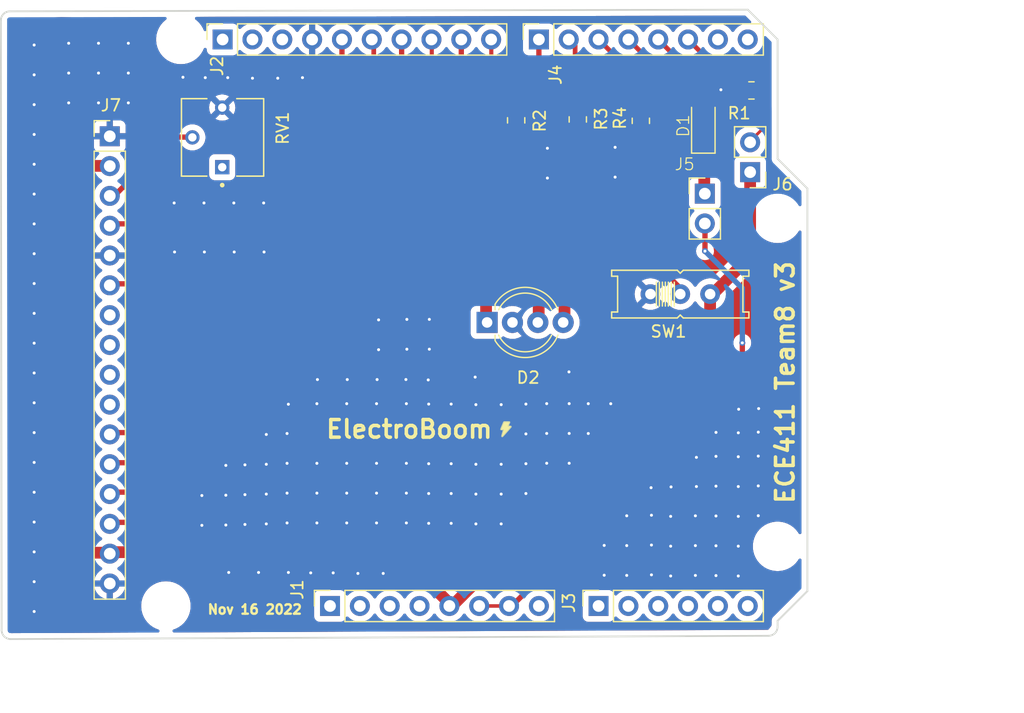
<source format=kicad_pcb>
(kicad_pcb (version 20211014) (generator pcbnew)
  (title_block (title "ElectroBoom") (date "2022-11-09") (rev "02"))
  (layers (0 "F.Cu" signal) (31 "B.Cu" signal) (34 "B.Paste" user) (35 "F.Paste" user) (36 "B.SilkS" user "B.Silkscreen") (37 "F.SilkS" user "F.Silkscreen") (38 "B.Mask" user) (39 "F.Mask" user) (44 "Edge.Cuts" user))
  (net 0 "")
  (net 1 "GND")
  (net 2 "Net-(D2-Pad1)")
  (net 3 "/UNO_DP10")
  (net 8 "+5V")
  (net 13 "/UNO_DP13")
  (net 14 "/UNO_DP12")
  (net 15 "/UNO_DP11")
  (net 16 "/UNO_DP9")
  (net 17 "/UNO_DP8")
  (net 18 "/UNO_DP7")
  (net 19 "/UNO_DP6")
  (net 20 "/UNO_DP5")
  (net 21 "/UNO_DP4")
  (net 22 "/UNO_DP3")
  (net 23 "/UNO_DP2")
  (net 26 "/POT")
  (net 32 "Net-(D2-Pad3)")
  (net 39 "GNDPWR")
  (net 40 "Net-(D2-Pad4)")
  (net 41 "Net-(D1-Pad1)")
  (footprint "Resistor_SMD:R_0805_2012Metric" (layer "F.Cu") (at 174.32717 70.272481 -90)
    (fp_text reference "R4" (at -0.231793 1.784296 90) (layer "F.SilkS"))
    (fp_text value "330")
    (pad "1" smd roundrect (at -0.9125 0 270) (size 1.025 1.4) (layers "F.Cu" "F.Paste" "F.Mask") (roundrect_rratio 0.243902439) (net 20 "/UNO_DP5"))
    (pad "2" smd roundrect (at 0.9125 0 270) (size 1.025 1.4) (layers "F.Cu" "F.Paste" "F.Mask") (roundrect_rratio 0.243902439) (net 40 "Net-(D2-Pad4)"))
  )
  (footprint "trimmer:TRIM_3362P-1-505LF" (layer "F.Cu") (at 138.688281 71.683478 90)
    (fp_text reference "RV1" (at 0.783346 5.149516 90) (layer "F.SilkS") (effects (font (size 1.002756 1.002756))))
    (fp_text value "R_Potentiometer")
    (pad "1" thru_hole rect locked (at -2.54 0 90) (size 1.222 1.222) (drill 0.714) (layers *.Cu *.Mask))
    (pad "2" thru_hole circle locked (at 0 -2.54 90) (size 1.222 1.222) (drill 0.714) (layers *.Cu *.Mask) (net 26 "/POT"))
    (pad "3" thru_hole circle locked (at 2.54 0 90) (size 1.222 1.222) (drill 0.714) (layers *.Cu *.Mask) (net 1 "GND"))
  )
  (footprint "Resistor_SMD:R_0805_2012Metric" (layer "F.Cu") (at 168.960138 70.153214 -90)
    (fp_text reference "R3" (at -0.039663 -1.979751 90) (layer "F.SilkS"))
    (fp_text value "330")
    (pad "1" smd roundrect (at -0.9125 0 270) (size 1.025 1.4) (layers "F.Cu" "F.Paste" "F.Mask") (roundrect_rratio 0.243902439) (net 19 "/UNO_DP6"))
    (pad "2" smd roundrect (at 0.9125 0 270) (size 1.025 1.4) (layers "F.Cu" "F.Paste" "F.Mask") (roundrect_rratio 0.243902439) (net 32 "Net-(D2-Pad3)"))
  )
  (footprint "Connector_PinHeader_2.54mm:PinHeader_1x02_P2.54mm_Vertical" (layer "F.Cu") (at 183.630604 74.644607 180)
    (fp_text reference "J6" (at -2.758401 -1.034331) (layer "F.SilkS"))
    (fp_text value "Conn_01x02")
    (pad "1" thru_hole rect (at 0 0 180) (size 1.7 1.7) (drill 1) (layers *.Cu *.Mask) (net 8 "+5V"))
    (pad "2" thru_hole oval (at 0 2.54 180) (size 1.7 1.7) (drill 1) (layers *.Cu *.Mask) (net 23 "/UNO_DP2"))
  )
  (footprint "graphics:graphics2" (layer "F.Cu") (at 162.843207 96.545672)
    (fp_text reference "G***" hide)
    (fp_text value "LOGO" hide)
  )
  (footprint "Connector_PinHeader_2.54mm:PinHeader_1x02_P2.54mm_Vertical" (layer "F.Cu") (at 179.773182 76.475507)
    (fp_text reference "J5" (at -1.717008 -2.500218) (layer "F.SilkS") (effects (font (thickness 0.1))))
    (fp_text value "Conn_01x02")
    (pad "1" thru_hole rect (at 0 0) (size 1.7 1.7) (drill 1) (layers *.Cu *.Mask) (net 41 "Net-(D1-Pad1)"))
    (pad "2" thru_hole oval (at 0 2.54) (size 1.7 1.7) (drill 1) (layers *.Cu *.Mask) (net 39 "GNDPWR"))
  )
  (footprint "Arduino_MountingHole:MountingHole_3.2mm" (layer "F.Cu") (at 185.966658 78.581644)
    (fp_text reference "MH3" hide)
    (fp_text value "MountingHole_3.2mm" hide)
    (pad "" np_thru_hole circle locked (at 0 0) (size 3.2 3.2) (drill 3.2) (layers *.Cu *.Mask))
  )
  (footprint "Connector_PinSocket_2.54mm:PinSocket_1x08_P2.54mm_Vertical" (layer "F.Cu") (at 147.866658 111.601644 90)
    (fp_text reference "J1" (at 1.395931 -2.789679 90) (layer "F.SilkS"))
    (fp_text value "Power")
    (pad "1" thru_hole rect locked (at 0 0 90) (size 1.7 1.7) (drill 1) (layers *.Cu *.Mask))
    (pad "2" thru_hole oval locked (at 0 2.54 90) (size 1.7 1.7) (drill 1) (layers *.Cu *.Mask))
    (pad "3" thru_hole oval locked (at 0 5.08 90) (size 1.7 1.7) (drill 1) (layers *.Cu *.Mask))
    (pad "4" thru_hole oval locked (at 0 7.62 90) (size 1.7 1.7) (drill 1) (layers *.Cu *.Mask))
    (pad "5" thru_hole oval locked (at 0 10.16 90) (size 1.7 1.7) (drill 1) (layers *.Cu *.Mask) (net 8 "+5V"))
    (pad "6" thru_hole oval locked (at 0 12.7 90) (size 1.7 1.7) (drill 1) (layers *.Cu *.Mask) (net 39 "GNDPWR"))
    (pad "7" thru_hole oval locked (at 0 15.24 90) (size 1.7 1.7) (drill 1) (layers *.Cu *.Mask) (net 39 "GNDPWR"))
    (pad "8" thru_hole oval locked (at 0 17.78 90) (size 1.7 1.7) (drill 1) (layers *.Cu *.Mask))
  )
  (footprint "Diode_SMD:D_SOD-123" (layer "F.Cu") (at 179.644968 70.775627 90)
    (fp_text reference "D1" (at 0.079172 -1.710233 90) (layer "F.SilkS") (effects (font (thickness 0.1))))
    (fp_text value "1N4148W")
    (pad "1" smd rect (at -1.65 0 90) (size 0.9 1.2) (layers "F.Cu" "F.Paste" "F.Mask") (net 41 "Net-(D1-Pad1)"))
    (pad "2" smd rect (at 1.65 0 90) (size 0.9 1.2) (layers "F.Cu" "F.Paste" "F.Mask") (net 22 "/UNO_DP3"))
  )
  (footprint "Connector_PinSocket_2.54mm:PinSocket_1x10_P2.54mm_Vertical" (layer "F.Cu") (at 138.722658 63.341644 90)
    (fp_text reference "J2" (at -2.258062 -0.471889 90) (layer "F.SilkS"))
    (fp_text value "Digital/PWM")
    (pad "1" thru_hole rect locked (at 0 0 90) (size 1.7 1.7) (drill 1) (layers *.Cu *.Mask))
    (pad "2" thru_hole oval locked (at 0 2.54 90) (size 1.7 1.7) (drill 1) (layers *.Cu *.Mask))
    (pad "3" thru_hole oval locked (at 0 5.08 90) (size 1.7 1.7) (drill 1) (layers *.Cu *.Mask))
    (pad "4" thru_hole oval locked (at 0 7.62 90) (size 1.7 1.7) (drill 1) (layers *.Cu *.Mask) (net 1 "GND"))
    (pad "5" thru_hole oval locked (at 0 10.16 90) (size 1.7 1.7) (drill 1) (layers *.Cu *.Mask) (net 13 "/UNO_DP13"))
    (pad "6" thru_hole oval locked (at 0 12.7 90) (size 1.7 1.7) (drill 1) (layers *.Cu *.Mask) (net 14 "/UNO_DP12"))
    (pad "7" thru_hole oval locked (at 0 15.24 90) (size 1.7 1.7) (drill 1) (layers *.Cu *.Mask) (net 15 "/UNO_DP11"))
    (pad "8" thru_hole oval locked (at 0 17.78 90) (size 1.7 1.7) (drill 1) (layers *.Cu *.Mask) (net 3 "/UNO_DP10"))
    (pad "9" thru_hole oval locked (at 0 20.32 90) (size 1.7 1.7) (drill 1) (layers *.Cu *.Mask) (net 16 "/UNO_DP9"))
    (pad "10" thru_hole oval locked (at 0 22.86 90) (size 1.7 1.7) (drill 1) (layers *.Cu *.Mask) (net 17 "/UNO_DP8"))
  )
  (footprint "Arduino_MountingHole:MountingHole_3.2mm" (layer "F.Cu") (at 133.896658 111.601644)
    (fp_text reference "MH2" hide)
    (fp_text value "MountingHole_3.2mm" hide)
    (pad "" np_thru_hole circle locked (at 0 0) (size 3.2 3.2) (drill 3.2) (layers *.Cu *.Mask))
  )
  (footprint "Connector_PinSocket_2.54mm:PinSocket_1x08_P2.54mm_Vertical" (layer "F.Cu") (at 165.646658 63.341644 90)
    (fp_text reference "J4" (at -3.004471 1.415515 90) (layer "F.SilkS"))
    (fp_text value "Digital/PWM")
    (pad "1" thru_hole rect locked (at 0 0 90) (size 1.7 1.7) (drill 1) (layers *.Cu *.Mask) (net 18 "/UNO_DP7"))
    (pad "2" thru_hole oval locked (at 0 2.54 90) (size 1.7 1.7) (drill 1) (layers *.Cu *.Mask) (net 19 "/UNO_DP6"))
    (pad "3" thru_hole oval locked (at 0 5.08 90) (size 1.7 1.7) (drill 1) (layers *.Cu *.Mask) (net 20 "/UNO_DP5"))
    (pad "4" thru_hole oval locked (at 0 7.62 90) (size 1.7 1.7) (drill 1) (layers *.Cu *.Mask) (net 21 "/UNO_DP4"))
    (pad "5" thru_hole oval locked (at 0 10.16 90) (size 1.7 1.7) (drill 1) (layers *.Cu *.Mask) (net 22 "/UNO_DP3"))
    (pad "6" thru_hole oval locked (at 0 12.7 90) (size 1.7 1.7) (drill 1) (layers *.Cu *.Mask) (net 23 "/UNO_DP2"))
    (pad "7" thru_hole oval locked (at 0 15.24 90) (size 1.7 1.7) (drill 1) (layers *.Cu *.Mask))
    (pad "8" thru_hole oval locked (at 0 17.78 90) (size 1.7 1.7) (drill 1) (layers *.Cu *.Mask))
  )
  (footprint "Resistor_SMD:R_0805_2012Metric" (layer "F.Cu") (at 183.742197 67.682633 180)
    (fp_text reference "R1" (at 1.04708 -1.945165) (layer "F.SilkS"))
    (fp_text value "10K")
    (pad "1" smd roundrect (at -0.9125 0 180) (size 1.025 1.4) (layers "F.Cu" "F.Paste" "F.Mask") (roundrect_rratio 0.243902439) (net 23 "/UNO_DP2"))
    (pad "2" smd roundrect (at 0.9125 0 180) (size 1.025 1.4) (layers "F.Cu" "F.Paste" "F.Mask") (roundrect_rratio 0.243902439) (net 1 "GND"))
  )
  (footprint "LED_THT:LED_D5.0mm-4_RGB_Wide_Pins" (layer "F.Cu") (at 161.238442 87.446985)
    (fp_text reference "D2" (at 3.496956 4.702312) (layer "F.SilkS"))
    (fp_text value "LED_BARG")
    (pad "1" thru_hole rect (at 0 0) (size 1.8 1.8) (drill 0.9) (layers *.Cu *.Mask) (net 2 "Net-(D2-Pad1)"))
    (pad "2" thru_hole circle (at 2.159 0) (size 1.8 1.8) (drill 0.9) (layers *.Cu *.Mask) (net 1 "GND"))
    (pad "3" thru_hole circle (at 4.318 0) (size 1.8 1.8) (drill 0.9) (layers *.Cu *.Mask) (net 32 "Net-(D2-Pad3)"))
    (pad "4" thru_hole circle (at 6.477 0) (size 1.8 1.8) (drill 0.9) (layers *.Cu *.Mask) (net 40 "Net-(D2-Pad4)"))
  )
  (footprint "Resistor_SMD:R_0805_2012Metric" (layer "F.Cu") (at 163.712372 70.230842 -90)
    (fp_text reference "R2" (at 0.039723 -2.001654 90) (layer "F.SilkS"))
    (fp_text value "330")
    (pad "1" smd roundrect (at -0.9125 0 270) (size 1.025 1.4) (layers "F.Cu" "F.Paste" "F.Mask") (roundrect_rratio 0.243902439) (net 18 "/UNO_DP7"))
    (pad "2" smd roundrect (at 0.9125 0 270) (size 1.025 1.4) (layers "F.Cu" "F.Paste" "F.Mask") (roundrect_rratio 0.243902439) (net 2 "Net-(D2-Pad1)"))
  )
  (footprint "Connector_PinSocket_2.54mm:PinSocket_1x06_P2.54mm_Vertical" (layer "F.Cu") (at 170.726658 111.601644 90)
    (fp_text reference "J3" (at 0.267896 -2.524963 90) (layer "F.SilkS"))
    (fp_text value "Analog")
    (pad "1" thru_hole rect locked (at 0 0 90) (size 1.7 1.7) (drill 1) (layers *.Cu *.Mask))
    (pad "2" thru_hole oval locked (at 0 2.54 90) (size 1.7 1.7) (drill 1) (layers *.Cu *.Mask))
    (pad "3" thru_hole oval locked (at 0 5.08 90) (size 1.7 1.7) (drill 1) (layers *.Cu *.Mask))
    (pad "4" thru_hole oval locked (at 0 7.62 90) (size 1.7 1.7) (drill 1) (layers *.Cu *.Mask))
    (pad "5" thru_hole oval locked (at 0 10.16 90) (size 1.7 1.7) (drill 1) (layers *.Cu *.Mask))
    (pad "6" thru_hole oval locked (at 0 12.7 90) (size 1.7 1.7) (drill 1) (layers *.Cu *.Mask))
  )
  (footprint "Connector_PinHeader_2.54mm:PinHeader_1x16_P2.54mm_Vertical" (layer "F.Cu") (at 129.116243 71.587024)
    (fp_text reference "J7" (at 0.096032 -2.632195) (layer "F.SilkS"))
    (fp_text value "Conn_01x16_Female")
    (pad "1" thru_hole rect (at 0 0) (size 1.7 1.7) (drill 1) (layers *.Cu *.Mask) (net 1 "GND"))
    (pad "2" thru_hole oval (at 0 2.54) (size 1.7 1.7) (drill 1) (layers *.Cu *.Mask) (net 8 "+5V"))
    (pad "3" thru_hole oval (at 0 5.08) (size 1.7 1.7) (drill 1) (layers *.Cu *.Mask) (net 26 "/POT"))
    (pad "4" thru_hole oval (at 0 7.62) (size 1.7 1.7) (drill 1) (layers *.Cu *.Mask) (net 13 "/UNO_DP13"))
    (pad "5" thru_hole oval (at 0 10.16) (size 1.7 1.7) (drill 1) (layers *.Cu *.Mask) (net 1 "GND"))
    (pad "6" thru_hole oval (at 0 12.7) (size 1.7 1.7) (drill 1) (layers *.Cu *.Mask) (net 14 "/UNO_DP12"))
    (pad "7" thru_hole oval (at 0 15.24) (size 1.7 1.7) (drill 1) (layers *.Cu *.Mask))
    (pad "8" thru_hole oval (at 0 17.78) (size 1.7 1.7) (drill 1) (layers *.Cu *.Mask))
    (pad "9" thru_hole oval (at 0 20.32) (size 1.7 1.7) (drill 1) (layers *.Cu *.Mask))
    (pad "10" thru_hole oval (at 0 22.86) (size 1.7 1.7) (drill 1) (layers *.Cu *.Mask))
    (pad "11" thru_hole oval (at 0 25.4) (size 1.7 1.7) (drill 1) (layers *.Cu *.Mask) (net 15 "/UNO_DP11"))
    (pad "12" thru_hole oval (at 0 27.94) (size 1.7 1.7) (drill 1) (layers *.Cu *.Mask) (net 3 "/UNO_DP10"))
    (pad "13" thru_hole oval (at 0 30.48) (size 1.7 1.7) (drill 1) (layers *.Cu *.Mask) (net 16 "/UNO_DP9"))
    (pad "14" thru_hole oval (at 0 33.02) (size 1.7 1.7) (drill 1) (layers *.Cu *.Mask) (net 17 "/UNO_DP8"))
    (pad "15" thru_hole oval (at 0 35.56) (size 1.7 1.7) (drill 1) (layers *.Cu *.Mask) (net 8 "+5V"))
    (pad "16" thru_hole oval (at 0 38.1) (size 1.7 1.7) (drill 1) (layers *.Cu *.Mask) (net 1 "GND"))
  )
  (footprint "Arduino_MountingHole:MountingHole_3.2mm" (layer "F.Cu") (at 185.966658 106.521644)
    (fp_text reference "MH4" hide)
    (fp_text value "MountingHole_3.2mm" hide)
    (pad "" np_thru_hole circle locked (at 0 0) (size 3.2 3.2) (drill 3.2) (layers *.Cu *.Mask))
  )
  (footprint "Arduino_MountingHole:MountingHole_3.2mm" (layer "F.Cu") (at 135.166658 63.341644)
    (fp_text reference "MH1" hide)
    (fp_text value "MountingHole_3.2mm" hide)
    (pad "" np_thru_hole circle locked (at 0 0) (size 3.2 3.2) (drill 3.2) (layers *.Cu *.Mask))
  )
  (footprint "slideswitch:EG1218" (layer "F.Cu") (at 177.682885 85.033657)
    (fp_text reference "SW1" (at -1.000352 3.186822) (layer "F.SilkS"))
    (fp_text value "SW_SPDT")
    (pad "1" thru_hole circle locked (at -2.54 0) (size 1.6764 1.6764) (drill 0.9) (layers *.Cu *.Mask) (net 1 "GND"))
    (pad "2" thru_hole circle locked (at 0 0) (size 1.6764 1.6764) (drill 0.9) (layers *.Cu *.Mask) (net 21 "/UNO_DP4"))
    (pad "3" thru_hole circle locked (at 2.54 0) (size 1.6764 1.6764) (drill 0.9) (layers *.Cu *.Mask) (net 8 "+5V"))
  )
  (gr_line (start 119.910205 113.66038) (end 119.846739 61.70681) (layer "Edge.Cuts") (width 0.15))
  (gr_arc (start 119.846739 61.70681) (mid 120.069935 61.16801) (end 120.608739 60.94481) (layer "Edge.Cuts") (width 0.15))
  (gr_arc (start 185.966658 113.379644) (mid 185.743473 113.918459) (end 185.204658 114.141644) (layer "Edge.Cuts") (width 0.15))
  (gr_line (start 188.506658 76.041644) (end 188.506658 110.331644) (layer "Edge.Cuts") (width 0.15))
  (gr_arc (start 120.672205 114.42238) (mid 120.133347 114.199214) (end 119.910205 113.66038) (layer "Edge.Cuts") (width 0.15))
  (gr_line (start 120.608739 60.94481) (end 183.426658 60.801644) (layer "Edge.Cuts") (width 0.15))
  (gr_line (start 185.204658 114.141644) (end 120.672205 114.42238) (layer "Edge.Cuts") (width 0.15))
  (gr_line (start 185.966658 112.871644) (end 185.966658 113.379644) (layer "Edge.Cuts") (width 0.15))
  (gr_line (start 183.426658 60.801644) (end 185.966658 63.341644) (layer "Edge.Cuts") (width 0.15))
  (gr_line (start 185.966658 73.501644) (end 188.506658 76.041644) (layer "Edge.Cuts") (width 0.15))
  (gr_line (start 188.506658 110.331644) (end 185.966658 112.871644) (layer "Edge.Cuts") (width 0.15))
  (gr_line (start 185.966658 63.341644) (end 185.966658 73.501644) (layer "Edge.Cuts") (width 0.15))
  (gr_text "Nov 16 2022" (at 141.463001 111.898383) (layer "F.SilkS") (effects (font (size 0.8 0.8) (thickness 0.2))))
  (gr_text "ECE411 Team8 v3\n" (at 186.611308 92.553979 90) (layer "F.SilkS") (effects (font (size 1.5 1.5) (thickness 0.3))))
  (gr_text "ElectroBoom" (at 154.61187 96.541875) (layer "F.SilkS") (effects (font (size 1.5 1.5) (thickness 0.3))))
  (segment (start 182.83757 67.626785) (end 182.842269 67.631484) (width 0.1524) (layer "F.Cu") (net 1))
  (segment (start 181.141524 67.626785) (end 182.83757 67.626785) (width 0.3) (layer "F.Cu") (net 1))
  (via (at 184.322622 98.832407) (size 0.508) (drill 0.254) (layers "F.Cu" "B.Cu") (net 1))
  (via (at 144.206887 96.908482) (size 0.508) (drill 0.254) (layers "F.Cu" "B.Cu") (net 1))
  (via (at 140.62381 104.658002) (size 0.508) (drill 0.254) (layers "F.Cu" "B.Cu") (net 1))
  (via (at 158.179821 102.022329) (size 0.508) (drill 0.254) (layers "F.Cu" "B.Cu") (net 1))
  (via (at 141.783055 108.747826) (size 0.508) (drill 0.254) (layers "F.Cu" "B.Cu") (net 1))
  (via (at 125.618215 68.742698) (size 0.508) (drill 0.254) (layers "F.Cu" "B.Cu") (net 1))
  (via (at 184.322622 101.372407) (size 0.508) (drill 0.254) (layers "F.Cu" "B.Cu") (net 1))
  (via (at 138.997367 104.705838) (size 0.508) (drill 0.254) (layers "F.Cu" "B.Cu") (net 1))
  (via (at 168.225495 96.903819) (size 0.508) (drill 0.254) (layers "F.Cu" "B.Cu") (net 1))
  (via (at 169.851937 96.908482) (size 0.508) (drill 0.254) (layers "F.Cu" "B.Cu") (net 1))
  (via (at 156.266359 99.482329) (size 0.508) (drill 0.254) (layers "F.Cu" "B.Cu") (net 1))
  (via (at 184.324986 96.793185) (size 0.508) (drill 0.254) (layers "F.Cu" "B.Cu") (net 1))
  (via (at 168.208303 91.659802) (size 0.508) (drill 0.254) (layers "F.Cu" "B.Cu") (net 1))
  (via (at 136.956816 104.732752) (size 0.508) (drill 0.254) (layers "F.Cu" "B.Cu") (net 1))
  (via (at 146.746887 104.528482) (size 0.508) (drill 0.254) (layers "F.Cu" "B.Cu") (net 1))
  (via (at 168.225495 94.363819) (size 0.508) (drill 0.254) (layers "F.Cu" "B.Cu") (net 1))
  (via (at 176.897738 101.459251) (size 0.508) (drill 0.254) (layers "F.Cu" "B.Cu") (net 1))
  (via (at 162.437273 99.530165) (size 0.508) (drill 0.254) (layers "F.Cu" "B.Cu") (net 1))
  (via (at 154.326831 92.311231) (size 0.508) (drill 0.254) (layers "F.Cu" "B.Cu") (net 1))
  (via (at 164.542081 102.022329) (size 0.508) (drill 0.254) (layers "F.Cu" "B.Cu") (net 1))
  (via (at 156.266359 102.022329) (size 0.508) (drill 0.254) (layers "F.Cu" "B.Cu") (net 1))
  (via (at 154.366887 101.988482) (size 0.508) (drill 0.254) (layers "F.Cu" "B.Cu") (net 1))
  (via (at 181.141524 67.626785) (size 0.508) (drill 0.254) (layers "F.Cu" "B.Cu") (net 1))
  (via (at 156.266359 94.402329) (size 0.508) (drill 0.254) (layers "F.Cu" "B.Cu") (net 1))
  (via (at 172.135645 75.068201) (size 0.508) (drill 0.254) (layers "F.Cu" "B.Cu") (net 1))
  (via (at 137.137001 77.270621) (size 0.508) (drill 0.254) (layers "F.Cu" "B.Cu") (net 1))
  (via (at 146.746887 94.368482) (size 0.508) (drill 0.254) (layers "F.Cu" "B.Cu") (net 1))
  (via (at 152.001251 87.22984) (size 0.508) (drill 0.254) (layers "F.Cu" "B.Cu") (net 1))
  (via (at 180.722296 101.393832) (size 0.508) (drill 0.254) (layers "F.Cu" "B.Cu") (net 1))
  (via (at 152.393441 108.829509) (size 0.508) (drill 0.254) (layers "F.Cu" "B.Cu") (net 1))
  (via (at 149.333889 92.313173) (size 0.508) (drill 0.254) (layers "F.Cu" "B.Cu") (net 1))
  (via (at 125.618215 66.202698) (size 0.508) (drill 0.254) (layers "F.Cu" "B.Cu") (net 1))
  (via (at 164.542081 99.482329) (size 0.508) (drill 0.254) (layers "F.Cu" "B.Cu") (net 1))
  (via (at 122.679337 109.533336) (size 0.508) (drill 0.254) (layers "F.Cu" "B.Cu") (net 1))
  (via (at 143.416845 66.641836) (size 0.508) (drill 0.254) (layers "F.Cu" "B.Cu") (net 1))
  (via (at 142.441598 104.610165) (size 0.508) (drill 0.254) (layers "F.Cu" "B.Cu") (net 1))
  (via (at 146.222527 108.781673) (size 0.508) (drill 0.254) (layers "F.Cu" "B.Cu") (net 1))
  (via (at 151.826887 94.368482) (size 0.508) (drill 0.254) (layers "F.Cu" "B.Cu") (net 1))
  (via (at 128.158215 66.202698) (size 0.508) (drill 0.254) (layers "F.Cu" "B.Cu") (net 1))
  (via (at 166.312033 99.443819) (size 0.508) (drill 0.254) (layers "F.Cu" "B.Cu") (net 1))
  (via (at 156.266359 104.562329) (size 0.508) (drill 0.254) (layers "F.Cu" "B.Cu") (net 1))
  (via (at 122.679337 84.133336) (size 0.508) (drill 0.254) (layers "F.Cu" "B.Cu") (net 1))
  (via (at 175.229592 108.949553) (size 0.508) (drill 0.254) (layers "F.Cu" "B.Cu") (net 1))
  (via (at 144.323055 108.747826) (size 0.508) (drill 0.254) (layers "F.Cu" "B.Cu") (net 1))
  (via (at 122.679337 68.893336) (size 0.508) (drill 0.254) (layers "F.Cu" "B.Cu") (net 1))
  (via (at 171.765399 94.373145) (size 0.508) (drill 0.254) (layers "F.Cu" "B.Cu") (net 1))
  (via (at 137.245931 66.594) (size 0.508) (drill 0.254) (layers "F.Cu" "B.Cu") (net 1))
  (via (at 122.679337 76.513336) (size 0.508) (drill 0.254) (layers "F.Cu" "B.Cu") (net 1))
  (via (at 178.969837 106.459843) (size 0.508) (drill 0.254) (layers "F.Cu" "B.Cu") (net 1))
  (via (at 154.407439 89.727193) (size 0.508) (drill 0.254) (layers "F.Cu" "B.Cu") (net 1))
  (via (at 138.997367 102.165838) (size 0.508) (drill 0.254) (layers "F.Cu" "B.Cu") (net 1))
  (via (at 122.679337 91.753336) (size 0.508) (drill 0.254) (layers "F.Cu" "B.Cu") (net 1))
  (via (at 182.621768 109.047679) (size 0.508) (drill 0.254) (layers "F.Cu" "B.Cu") (net 1))
  (via (at 158.179821 94.402329) (size 0.508) (drill 0.254) (layers "F.Cu" "B.Cu") (net 1))
  (via (at 122.679337 81.593336) (size 0.508) (drill 0.254) (layers "F.Cu" "B.Cu") (net 1))
  (via (at 122.679337 79.053336) (size 0.508) (drill 0.254) (layers "F.Cu" "B.Cu") (net 1))
  (via (at 151.826887 99.448482) (size 0.508) (drill 0.254) (layers "F.Cu" "B.Cu") (net 1))
  (via (at 160.221627 92.10448) (size 0.508) (drill 0.254) (layers "F.Cu" "B.Cu") (net 1))
  (via (at 178.969837 103.919843) (size 0.508) (drill 0.254) (layers "F.Cu" "B.Cu") (net 1))
  (via (at 158.179821 104.562329) (size 0.508) (drill 0.254) (layers "F.Cu" "B.Cu") (net 1))
  (via (at 172.135645 72.528201) (size 0.508) (drill 0.254) (layers "F.Cu" "B.Cu") (net 1))
  (via (at 130.698215 68.742698) (size 0.508) (drill 0.254) (layers "F.Cu" "B.Cu") (net 1))
  (via (at 122.679337 96.833336) (size 0.508) (drill 0.254) (layers "F.Cu" "B.Cu") (net 1))
  (via (at 160.284629 94.450165) (size 0.508) (drill 0.254) (layers "F.Cu" "B.Cu") (net 1))
  (via (at 182.621768 106.507679) (size 0.508) (drill 0.254) (layers "F.Cu" "B.Cu") (net 1))
  (via (at 164.542081 94.402329) (size 0.508) (drill 0.254) (layers "F.Cu" "B.Cu") (net 1))
  (via (at 166.312033 96.903819) (size 0.508) (drill 0.254) (layers "F.Cu" "B.Cu") (net 1))
  (via (at 166.372113 72.608584) (size 0.508) (drill 0.254) (layers "F.Cu" "B.Cu") (net 1))
  (via (at 182.621768 98.887679) (size 0.508) (drill 0.254) (layers "F.Cu" "B.Cu") (net 1))
  (via (at 156.320901 87.187193) (size 0.508) (drill 0.254) (layers "F.Cu" "B.Cu") (net 1))
  (via (at 137.171404 81.446616) (size 0.508) (drill 0.254) (layers "F.Cu" "B.Cu") (net 1))
  (via (at 182.621768 103.967679) (size 0.508) (drill 0.254) (layers "F.Cu" "B.Cu") (net 1))
  (via (at 138.997367 99.625838) (size 0.508) (drill 0.254) (layers "F.Cu" "B.Cu") (net 1))
  (via (at 182.654477 94.84194) (size 0.508) (drill 0.254) (layers "F.Cu" "B.Cu") (net 1))
  (via (at 136.956816 102.192752) (size 0.508) (drill 0.254) (layers "F.Cu" "B.Cu") (net 1))
  (via (at 162.437273 94.450165) (size 0.508) (drill 0.254) (layers "F.Cu" "B.Cu") (net 1))
  (via (at 176.865029 106.507679) (size 0.508) (drill 0.254) (layers "F.Cu" "B.Cu") (net 1))
  (via (at 144.206887 99.448482) (size 0.508) (drill 0.254) (layers "F.Cu" "B.Cu") (net 1))
  (via (at 168.225495 99.443819) (size 0.508) (drill 0.254) (layers "F.Cu" "B.Cu") (net 1))
  (via (at 122.679337 101.913336) (size 0.508) (drill 0.254) (layers "F.Cu" "B.Cu") (net 1))
  (via (at 154.366887 94.368482) (size 0.508) (drill 0.254) (layers "F.Cu" "B.Cu") (net 1))
  (via (at 176.865029 103.967679) (size 0.508) (drill 0.254) (layers "F.Cu" "B.Cu") (net 1))
  (via (at 142.217001 77.270621) (size 0.508) (drill 0.254) (layers "F.Cu" "B.Cu") (net 1))
  (via (at 122.679337 112.073336) (size 0.508) (drill 0.254) (layers "F.Cu" "B.Cu") (net 1))
  (via (at 175.229592 103.869553) (size 0.508) (drill 0.254) (layers "F.Cu" "B.Cu") (net 1))
  (via (at 154.366887 104.528482) (size 0.508) (drill 0.254) (layers "F.Cu" "B.Cu") (net 1))
  (via (at 122.679337 99.373336) (size 0.508) (drill 0.254) (layers "F.Cu" "B.Cu") (net 1))
  (via (at 149.286887 104.528482) (size 0.508) (drill 0.254) (layers "F.Cu" "B.Cu") (net 1))
  (via (at 146.746887 101.988482) (size 0.508) (drill 0.254) (layers "F.Cu" "B.Cu") (net 1))
  (via (at 184.322622 103.912407) (size 0.508) (drill 0.254) (layers "F.Cu" "B.Cu") (net 1))
  (via (at 184.355331 94.786668) (size 0.508) (drill 0.254) (layers "F.Cu" "B.Cu") (net 1))
  (via (at 179.056515 98.940678) (size 0.508) (drill 0.254) (layers "F.Cu" "B.Cu") (net 1))
  (via (at 144.206887 101.988482) (size 0.508) (drill 0.254) (layers "F.Cu" "B.Cu") (net 1))
  (via (at 164.542081 96.942329) (size 0.508) (drill 0.254) (layers "F.Cu" "B.Cu") (net 1))
  (via (at 166.312033 94.363819) (size 0.508) (drill 0.254) (layers "F.Cu" "B.Cu") (net 1))
  (via (at 142.251404 81.446616) (size 0.508) (drill 0.254) (layers "F.Cu" "B.Cu") (net 1))
  (via (at 122.679337 63.813336) (size 0.508) (drill 0.254) (layers "F.Cu" "B.Cu") (net 1))
  (via (at 182.624132 96.848457) (size 0.508) (drill 0.254) (layers "F.Cu" "B.Cu") (net 1))
  (via (at 171.206416 106.442262) (size 0.508) (drill 0.254) (layers "F.Cu" "B.Cu") (net 1))
  (via (at 134.631404 81.446616) (size 0.508) (drill 0.254) (layers "F.Cu" "B.Cu") (net 1))
  (via (at 151.826887 101.988482) (size 0.508) (drill 0.254) (layers "F.Cu" "B.Cu") (net 1))
  (via (at 148.135989 108.781673) (size 0.508) (drill 0.254) (layers "F.Cu" "B.Cu") (net 1))
  (via (at 139.711404 81.446616) (size 0.508) (drill 0.254) (layers "F.Cu" "B.Cu") (net 1))
  (via (at 128.158215 63.662698) (size 0.508) (drill 0.254) (layers "F.Cu" "B.Cu") (net 1))
  (via (at 169.851937 94.368482) (size 0.508) (drill 0.254) (layers "F.Cu" "B.Cu") (net 1))
  (via (at 162.437273 104.610165) (size 0.508) (drill 0.254) (layers "F.Cu" "B.Cu") (net 1))
  (via (at 150.240797 108.829509) (size 0.508) (drill 0.254) (layers "F.Cu" "B.Cu") (net 1))
  (via (at 144.206887 104.528482) (size 0.508) (drill 0.254) (layers "F.Cu" "B.Cu") (net 1))
  (via (at 130.698215 63.662698) (size 0.508) (drill 0.254) (layers "F.Cu" "B.Cu") (net 1))
  (via (at 160.284629 99.530165) (size 0.508) (drill 0.254) (layers "F.Cu" "B.Cu") (net 1))
  (via (at 156.226303 92.345078) (size 0.508) (drill 0.254) (layers "F.Cu" "B.Cu") (net 1))
  (via (at 178.969837 108.999843) (size 0.508) (drill 0.254) (layers "F.Cu" "B.Cu") (net 1))
  (via (at 122.679337 86.673336) (size 0.508) (drill 0.254) (layers "F.Cu" "B.Cu") (net 1))
  (via (at 151.873889 92.313173) (size 0.508) (drill 0.254) (layers "F.Cu" "B.Cu") (net 1))
  (via (at 142.441598 96.990165) (size 0.508) (drill 0.254) (layers "F.Cu" "B.Cu") (net 1))
  (via (at 180.722296 109.013832) (size 0.508) (drill 0.254) (layers "F.Cu" "B.Cu") (net 1))
  (via (at 122.679337 71.433336) (size 0.508) (drill 0.254) (layers "F.Cu" "B.Cu") (net 1))
  (via (at 173.124784 103.917389) (size 0.508) (drill 0.254) (layers "F.Cu" "B.Cu") (net 1))
  (via (at 130.698215 66.202698) (size 0.508) (drill 0.254) (layers "F.Cu" "B.Cu") (net 1))
  (via (at 182.621768 101.427679) (size 0.508) (drill 0.254) (layers "F.Cu" "B.Cu") (net 1))
  (via (at 122.679337 104.453336) (size 0.508) (drill 0.254) (layers "F.Cu" "B.Cu") (net 1))
  (via (at 122.679337 106.993336) (size 0.508) (drill 0.254) (layers "F.Cu" "B.Cu") (net 1))
  (via (at 122.679337 94.293336) (size 0.508) (drill 0.254) (layers "F.Cu" "B.Cu") (net 1))
  (via (at 149.286887 94.368482) (size 0.508) (drill 0.254) (layers "F.Cu" "B.Cu") (net 1))
  (via (at 180.722296 106.473832) (size 0.508) (drill 0.254) (layers "F.Cu" "B.Cu") (net 1))
  (via (at 180.72466 96.81461) (size 0.508) (drill 0.254) (layers "F.Cu" "B.Cu") (net 1))
  (via (at 173.124784 108.997389) (size 0.508) (drill 0.254) (layers "F.Cu" "B.Cu") (net 1))
  (via (at 166.372113 75.148584) (size 0.508) (drill 0.254) (layers "F.Cu" "B.Cu") (net 1))
  (via (at 146.746887 99.448482) (size 0.508) (drill 0.254) (layers "F.Cu" "B.Cu") (net 1))
  (via (at 146.793889 92.313173) (size 0.508) (drill 0.254) (layers "F.Cu" "B.Cu") (net 1))
  (via (at 141.264201 66.641836) (size 0.508) (drill 0.254) (layers "F.Cu" "B.Cu") (net 1))
  (via (at 128.158215 68.742698) (size 0.508) (drill 0.254) (layers "F.Cu" "B.Cu") (net 1))
  (via (at 135.346459 66.560153) (size 0.508) (drill 0.254) (layers "F.Cu" "B.Cu") (net 1))
  (via (at 125.618215 63.662698) (size 0.508) (drill 0.254) (layers "F.Cu" "B.Cu") (net 1))
  (via (at 171.206416 108.982262) (size 0.508) (drill 0.254) (layers "F.Cu" "B.Cu") (net 1))
  (via (at 179.056515 101.426542) (size 0.508) (drill 0.254) (layers "F.Cu" "B.Cu") (net 1))
  (via (at 175.229592 106.409553) (size 0.508) (drill 0.254) (layers "F.Cu" "B.Cu") (net 1))
  (via (at 122.679337 66.353336) (size 0.508) (drill 0.254) (layers "F.Cu" "B.Cu") (net 1))
  (via (at 160.284629 104.610165) (size 0.508) (drill 0.254) (layers "F.Cu" "B.Cu") (net 1))
  (via (at 149.286887 99.448482) (size 0.508) (drill 0.254) (layers "F.Cu" "B.Cu") (net 1))
  (via (at 142.441598 102.070165) (size 0.508) (drill 0.254) (layers "F.Cu" "B.Cu") (net 1))
  (via (at 180.722296 98.853832) (size 0.508) (drill 0.254) (layers "F.Cu" "B.Cu") (net 1))
  (via (at 173.124784 106.457389) (size 0.508) (drill 0.254) (layers "F.Cu" "B.Cu") (net 1))
  (via (at 142.441598 99.530165) (size 0.508) (drill 0.254) (layers "F.Cu" "B.Cu") (net 1))
  (via (at 151.826887 104.528482) (size 0.508) (drill 0.254) (layers "F.Cu" "B.Cu") (net 1))
  (via (at 122.679337 89.213336) (size 0.508) (drill 0.254) (layers "F.Cu" "B.Cu") (net 1))
  (via (at 134.597001 77.270621) (size 0.508) (drill 0.254) (layers "F.Cu" "B.Cu") (net 1))
  (via (at 154.366887 99.448482) (size 0.508) (drill 0.254) (layers "F.Cu" "B.Cu") (net 1))
  (via (at 158.179821 99.482329) (size 0.508) (drill 0.254) (layers "F.Cu" "B.Cu") (net 1))
  (via (at 175.196883 101.524669) (size 0.508) (drill 0.254) (layers "F.Cu" "B.Cu") (net 1))
  (via (at 139.159393 66.594) (size 0.508) (drill 0.254) (layers "F.Cu" "B.Cu") (net 1))
  (via (at 140.62381 99.578002) (size 0.508) (drill 0.254) (layers "F.Cu" "B.Cu") (net 1))
  (via (at 154.407439 87.187193) (size 0.508) (drill 0.254) (layers "F.Cu" "B.Cu") (net 1))
  (via (at 144.321214 94.416318) (size 0.508) (drill 0.254) (layers "F.Cu" "B.Cu") (net 1))
  (via (at 139.243055 108.747826) (size 0.508) (drill 0.254) (layers "F.Cu" "B.Cu") (net 1))
  (via (at 152.001251 89.76984) (size 0.508) (drill 0.254) (layers "F.Cu" "B.Cu") (net 1))
  (via (at 156.320901 89.727193) (size 0.508) (drill 0.254) (layers "F.Cu" "B.Cu") (net 1))
  (via (at 140.62381 102.118002) (size 0.508) (drill 0.254) (layers "F.Cu" "B.Cu") (net 1))
  (via (at 176.865029 109.047679) (size 0.508) (drill 0.254) (layers "F.Cu" "B.Cu") (net 1))
  (via (at 149.286887 101.988482) (size 0.508) (drill 0.254) (layers "F.Cu" "B.Cu") (net 1))
  (via (at 139.677001 77.270621) (size 0.508) (drill 0.254) (layers "F.Cu" "B.Cu") (net 1))
  (via (at 160.284629 102.070165) (size 0.508) (drill 0.254) (layers "F.Cu" "B.Cu") (net 1))
  (via (at 145.521653 66.594) (size 0.508) (drill 0.254) (layers "F.Cu" "B.Cu") (net 1))
  (via (at 122.679337 73.973336) (size 0.508) (drill 0.254) (layers "F.Cu" "B.Cu") (net 1))
  (via (at 180.722296 103.933832) (size 0.508) (drill 0.254) (layers "F.Cu" "B.Cu") (net 1))
  (via (at 162.437273 102.070165) (size 0.508) (drill 0.254) (layers "F.Cu" "B.Cu") (net 1))
  (segment (start 161.362298 81.884532) (end 161.150987 82.095843) (width 1) (layer "F.Cu") (net 2))
  (segment (start 161.150987 82.095843) (end 161.150987 86.95599) (width 1) (layer "F.Cu") (net 2))
  (segment (start 163.712372 77.083239) (end 163.712372 79.534458) (width 1) (layer "F.Cu") (net 2))
  (segment (start 163.712372 71.143342) (end 163.712372 77.083239) (width 1) (layer "F.Cu") (net 2))
  (segment (start 163.712372 79.534458) (end 161.362298 81.884532) (width 1) (layer "F.Cu") (net 2))
  (segment (start 132.170257 99.397468) (end 134.887127 96.680598) (width 0.45) (layer "F.Cu") (net 3))
  (segment (start 132.170257 99.397468) (end 129.936858 99.397468) (width 0.45) (layer "F.Cu") (net 3))
  (segment (start 134.887127 96.680598) (end 156.528262 75.039463) (width 0.45) (layer "F.Cu") (net 3))
  (segment (start 129.936858 99.397468) (end 129.830243 99.504083) (width 0.25) (layer "F.Cu") (net 3))
  (segment (start 156.528262 75.039463) (end 156.528262 63.58857) (width 0.35) (layer "F.Cu") (net 3))
  (segment (start 125.83249 105.655266) (end 127.240077 107.062853) (width 1) (layer "F.Cu") (net 8))
  (segment (start 158.445667 111.405117) (end 158.241067 111.405117) (width 1) (layer "F.Cu") (net 8))
  (segment (start 153.675607 107.017468) (end 157.888152 111.230013) (width 1) (layer "F.Cu") (net 8))
  (segment (start 125.83249 75.164746) (end 126.885879 74.111357) (width 1) (layer "F.Cu") (net 8))
  (segment (start 180.222885 89.627899) (end 158.445667 111.405117) (width 1) (layer "F.Cu") (net 8))
  (segment (start 127.240077 107.062853) (end 128.525266 107.062853) (width 1) (layer "F.Cu") (net 8))
  (segment (start 183.630604 74.644607) (end 183.630604 81.840897) (width 1) (layer "F.Cu") (net 8))
  (segment (start 180.222885 85.033657) (end 180.222885 89.627899) (width 1) (layer "F.Cu") (net 8))
  (segment (start 126.885879 74.111357) (end 129.184367 74.111357) (width 1) (layer "F.Cu") (net 8))
  (segment (start 125.83249 75.164746) (end 125.83249 105.655266) (width 1) (layer "F.Cu") (net 8))
  (segment (start 183.630604 81.840897) (end 180.710421 84.76108) (width 1) (layer "F.Cu") (net 8))
  (segment (start 157.888152 111.230013) (end 157.945591 111.230013) (width 0.1524) (layer "F.Cu") (net 8))
  (segment (start 129.219429 107.017468) (end 153.675607 107.017468) (width 1) (layer "F.Cu") (net 8))
  (segment (start 148.882658 63.341644) (end 148.882658 74.954372) (width 0.45) (layer "F.Cu") (net 13))
  (segment (start 144.789216 79.047814) (end 129.785667 79.047814) (width 0.45) (layer "F.Cu") (net 13))
  (segment (start 148.882658 74.954372) (end 144.789216 79.047814) (width 0.45) (layer "F.Cu") (net 13))
  (segment (start 129.785667 79.047814) (end 129.765876 79.067605) (width 0.35) (layer "F.Cu") (net 13))
  (segment (start 151.589308 74.95435) (end 151.589308 63.781598) (width 0.4) (layer "F.Cu") (net 14))
  (segment (start 142.38619 84.157468) (end 129.60984 84.157468) (width 0.45) (layer "F.Cu") (net 14))
  (segment (start 129.60984 84.157468) (end 129.604959 84.152587) (width 0.35) (layer "F.Cu") (net 14))
  (segment (start 142.38619 84.157468) (end 151.589308 74.95435) (width 0.4) (layer "F.Cu") (net 14))
  (segment (start 151.589308 63.781598) (end 151.4818 63.67409) (width 0.1524) (layer "F.Cu") (net 14))
  (segment (start 153.962658 63.341644) (end 153.962658 75.487382) (width 0.45) (layer "F.Cu") (net 15))
  (segment (start 132.598018 96.832858) (end 129.798059 96.832858) (width 0.45) (layer "F.Cu") (net 15))
  (segment (start 153.962658 75.487382) (end 153.943494 75.487382) (width 0.35) (layer "F.Cu") (net 15))
  (segment (start 153.943494 75.487382) (end 132.598018 96.832858) (width 0.45) (layer "F.Cu") (net 15))
  (segment (start 159.042658 63.341644) (end 159.042658 75.029743) (width 0.45) (layer "F.Cu") (net 16))
  (segment (start 159.042658 75.029743) (end 132.165428 101.906973) (width 0.45) (layer "F.Cu") (net 16))
  (segment (start 129.969843 101.906973) (end 129.958976 101.91784) (width 0.35) (layer "F.Cu") (net 16))
  (segment (start 132.156294 101.906973) (end 129.969843 101.906973) (width 0.45) (layer "F.Cu") (net 16))
  (segment (start 132.165428 101.906973) (end 132.156294 101.906973) (width 0.45) (layer "F.Cu") (net 16))
  (segment (start 132.034797 104.477468) (end 161.5962 74.916065) (width 0.45) (layer "F.Cu") (net 17))
  (segment (start 129.743233 104.481834) (end 129.743233 104.477834) (width 0.35) (layer "F.Cu") (net 17))
  (segment (start 129.747599 104.477468) (end 129.743233 104.481834) (width 0.35) (layer "F.Cu") (net 17))
  (segment (start 132.034797 104.477468) (end 129.747599 104.477468) (width 0.45) (layer "F.Cu") (net 17))
  (segment (start 161.5962 64.019353) (end 161.59681 64.018743) (width 0.35) (layer "F.Cu") (net 17))
  (segment (start 161.5962 74.916065) (end 161.5962 64.019353) (width 0.35) (layer "F.Cu") (net 17))
  (segment (start 163.845363 66.962144) (end 163.845363 69.536284) (width 0.45) (layer "F.Cu") (net 18))
  (segment (start 165.646658 63.341644) (end 165.646658 65.160849) (width 0.45) (layer "F.Cu") (net 18))
  (segment (start 165.646658 65.160849) (end 163.845363 66.962144) (width 0.45) (layer "F.Cu") (net 18))
  (segment (start 168.836044 69.063482) (end 168.78351 69.116016) (width 0.25) (layer "F.Cu") (net 19))
  (segment (start 168.186658 63.341644) (end 168.731247 63.886233) (width 0.4) (layer "F.Cu") (net 19))
  (segment (start 168.731247 63.886233) (end 168.731247 68.832919) (width 0.4) (layer "F.Cu") (net 19))
  (segment (start 168.731247 68.832919) (end 169.153884 69.255556) (width 0.25) (layer "F.Cu") (net 19))
  (segment (start 174.346507 67.063107) (end 174.346507 69.2522) (width 0.4) (layer "F.Cu") (net 20))
  (segment (start 170.726658 63.341644) (end 174.346507 66.961493) (width 0.4) (layer "F.Cu") (net 20))
  (segment (start 174.346507 66.961493) (end 174.346507 67.063107) (width 0.4) (layer "F.Cu") (net 20))
  (segment (start 173.266658 63.341644) (end 176.742808 66.817794) (width 0.4) (layer "F.Cu") (net 21))
  (segment (start 176.742808 67.584848) (end 176.742808 83.555833) (width 0.45) (layer "F.Cu") (net 21))
  (segment (start 176.742808 83.555833) (end 177.587428 84.400453) (width 0.4) (layer "F.Cu") (net 21))
  (segment (start 176.742808 66.817794) (end 176.742808 67.584848) (width 0.4) (layer "F.Cu") (net 21))
  (segment (start 179.722251 67.257237) (end 179.722251 68.989328) (width 0.4) (layer "F.Cu") (net 22))
  (segment (start 175.806658 63.341644) (end 179.722251 67.257237) (width 0.4) (layer "F.Cu") (net 22))
  (segment (start 179.722251 68.989328) (end 179.716273 68.995306) (width 0.4) (layer "F.Cu") (net 22))
  (segment (start 178.346658 63.341644) (end 180.490468 65.485454) (width 0.4) (layer "F.Cu") (net 23))
  (segment (start 184.595656 65.485454) (end 184.763792 65.65359) (width 0.4) (layer "F.Cu") (net 23))
  (segment (start 180.490468 65.485454) (end 184.595656 65.485454) (width 0.4) (layer "F.Cu") (net 23))
  (segment (start 184.654697 70.989743) (end 184.070824 71.573616) (width 0.25) (layer "F.Cu") (net 23))
  (segment (start 184.654697 67.682633) (end 184.654697 70.989743) (width 0.4) (layer "F.Cu") (net 23))
  (segment (start 184.763792 65.65359) (end 184.763792 67.685235) (width 0.4) (layer "F.Cu") (net 23))
  (segment (start 129.219429 76.537468) (end 129.891294 76.537468) (width 0.1524) (layer "F.Cu") (net 26))
  (segment (start 134.502927 71.659329) (end 129.765876 76.39638) (width 0.45) (layer "F.Cu") (net 26))
  (segment (start 134.769433 71.659329) (end 134.502927 71.659329) (width 0.4) (layer "F.Cu") (net 26))
  (segment (start 134.769433 71.659329) (end 135.67408 71.659329) (width 0.45) (layer "F.Cu") (net 26))
  (segment (start 168.960138 81.175422) (end 165.842086 84.293474) (width 1) (layer "F.Cu") (net 32))
  (segment (start 168.960138 78.138122) (end 168.960138 81.175422) (width 1) (layer "F.Cu") (net 32))
  (segment (start 165.842086 84.293474) (end 165.630775 84.504785) (width 1) (layer "F.Cu") (net 32))
  (segment (start 165.630775 84.504785) (end 165.630775 87.040514) (width 1) (layer "F.Cu") (net 32))
  (segment (start 168.960138 71.065714) (end 168.960138 78.138122) (width 1) (layer "F.Cu") (net 32))
  (segment (start 179.855368 79.686155) (end 179.787141 79.754382) (width 0.45) (layer "F.Cu") (net 39))
  (segment (start 182.965482 91.983214) (end 182.965482 89.187907) (width 0.45) (layer "F.Cu") (net 39))
  (segment (start 160.566658 111.601644) (end 162.344852 111.601644) (width 0.3) (layer "F.Cu") (net 39))
  (segment (start 163.347052 111.601644) (end 182.965482 91.983214) (width 0.45) (layer "F.Cu") (net 39))
  (segment (start 179.787141 79.754382) (end 179.787141 81.373283) (width 0.45) (layer "F.Cu") (net 39))
  (segment (start 162.344852 111.601644) (end 162.513994 111.432502) (width 0.1524) (layer "F.Cu") (net 39))
  (segment (start 163.106658 111.601644) (end 163.347052 111.601644) (width 0.45) (layer "F.Cu") (net 39))
  (via (at 179.787141 81.373283) (size 0.508) (drill 0.254) (layers "F.Cu" "B.Cu") (net 39))
  (via (at 182.965482 89.187907) (size 0.508) (drill 0.254) (layers "F.Cu" "B.Cu") (net 39))
  (segment (start 182.956786 84.53734) (end 179.792729 81.373283) (width 0.45) (layer "B.Cu") (net 39))
  (segment (start 182.968475 89.187906) (end 182.965927 89.190454) (width 0.4) (layer "B.Cu") (net 39))
  (segment (start 179.792729 81.373283) (end 179.787141 81.373283) (width 0.45) (layer "B.Cu") (net 39))
  (segment (start 182.956786 84.53734) (end 182.956786 84.537814) (width 0.1524) (layer "B.Cu") (net 39))
  (segment (start 182.96348 84.538545) (end 182.969655 84.538545) (width 0.45) (layer "B.Cu") (net 39))
  (segment (start 182.968475 84.524743) (end 182.968475 89.187906) (width 0.45) (layer "B.Cu") (net 39))
  (segment (start 167.828407 85.011931) (end 167.828407 86.913727) (width 1) (layer "F.Cu") (net 40))
  (segment (start 170.321083 82.519255) (end 168.377815 84.462523) (width 1) (layer "F.Cu") (net 40))
  (segment (start 174.32717 71.184981) (end 174.32717 78.523464) (width 1) (layer "F.Cu") (net 40))
  (segment (start 170.331379 82.519255) (end 170.321083 82.519255) (width 1) (layer "F.Cu") (net 40))
  (segment (start 174.32717 78.523464) (end 170.331379 82.519255) (width 1) (layer "F.Cu") (net 40))
  (segment (start 168.377815 84.462523) (end 167.828407 85.011931) (width 1) (layer "F.Cu") (net 40))
  (segment (start 179.726747 75.857517) (end 179.662673 75.921591) (width 0.25) (layer "F.Cu") (net 41))
  (segment (start 179.726747 72.484198) (end 179.726747 75.857517) (width 1) (layer "F.Cu") (net 41))
  (zone (net 1) (net_name "GND") (layers F&B.Cu) (connect_pads (clearance 0.508)) (min_thickness 0.254) (fill yes (thermal_gap 0.508) (thermal_bridge_width 0.508))
    (polygon (pts (xy 185.343581 63.712605) (xy 185.564026 74.680976) (xy 188.282055 76.982487) (xy 188.173399 96.32314) (xy 188.227727 109.63342) (xy 185.076722 113.762324) (xy 120.481114 114.142617) (xy 120.481114 61.662082) (xy 124.990312 61.444771) (xy 127.109091 61.499099) (xy 183.236915 61.051563)))
  )
  (zone (net 1) (net_name "GND") (layer "B.Cu") (connect_pads (clearance 0.508)) (min_thickness 0.254) (fill yes (thermal_gap 0.508) (thermal_bridge_width 0.508))
    (polygon (pts (xy 185.750255 63.550309) (xy 185.746754 73.681385) (xy 188.303661 76.088686) (xy 188.0586 95.350926) (xy 188.172492 109.916038) (xy 185.049936 113.550114) (xy 120.34727 113.961884) (xy 120.378157 61.402823) (xy 125.469509 61.429752) (xy 125.512893 61.421022) (xy 183.353323 61.059116)))
  )
)
</source>
